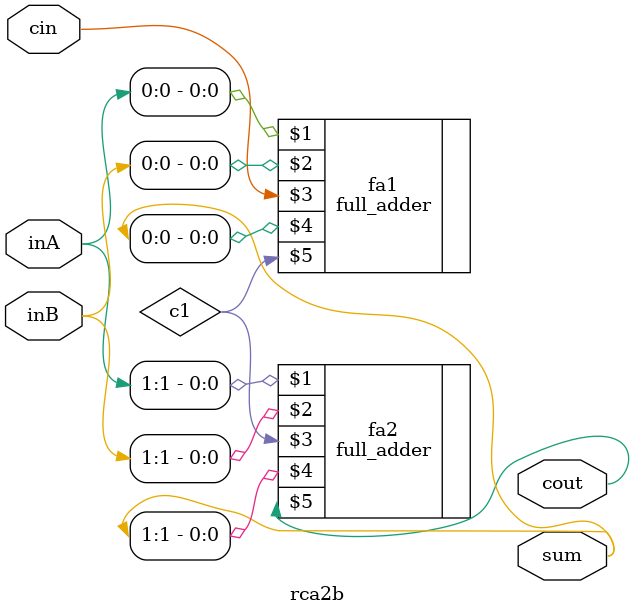
<source format=v>
module rca2b(inA, inB, cin, sum, cout
	);

	// Assigning ports to in/out
	input [1:0] inA, inB;
	input cin;
	output [1:0] sum;
	output cout;

	// Logic
	wire c1;
	full_adder fa1(inA[0], inB[0], cin, sum[0], c1);
	full_adder fa2(inA[1], inB[1], c1, sum[1], cout);

endmodule

</source>
